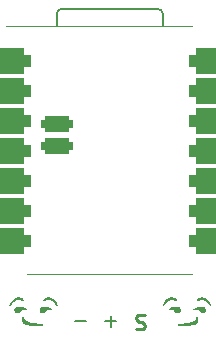
<source format=gbr>
%TF.GenerationSoftware,KiCad,Pcbnew,8.0.4*%
%TF.CreationDate,2025-01-29T23:36:48-05:00*%
%TF.ProjectId,Raidillon,52616964-696c-46c6-9f6e-2e6b69636164,rev?*%
%TF.SameCoordinates,Original*%
%TF.FileFunction,Legend,Top*%
%TF.FilePolarity,Positive*%
%FSLAX46Y46*%
G04 Gerber Fmt 4.6, Leading zero omitted, Abs format (unit mm)*
G04 Created by KiCad (PCBNEW 8.0.4) date 2025-01-29 23:36:48*
%MOMM*%
%LPD*%
G01*
G04 APERTURE LIST*
G04 Aperture macros list*
%AMRoundRect*
0 Rectangle with rounded corners*
0 $1 Rounding radius*
0 $2 $3 $4 $5 $6 $7 $8 $9 X,Y pos of 4 corners*
0 Add a 4 corners polygon primitive as box body*
4,1,4,$2,$3,$4,$5,$6,$7,$8,$9,$2,$3,0*
0 Add four circle primitives for the rounded corners*
1,1,$1+$1,$2,$3*
1,1,$1+$1,$4,$5*
1,1,$1+$1,$6,$7*
1,1,$1+$1,$8,$9*
0 Add four rect primitives between the rounded corners*
20,1,$1+$1,$2,$3,$4,$5,0*
20,1,$1+$1,$4,$5,$6,$7,0*
20,1,$1+$1,$6,$7,$8,$9,0*
20,1,$1+$1,$8,$9,$2,$3,0*%
G04 Aperture macros list end*
%ADD10C,0.200000*%
%ADD11C,0.250000*%
%ADD12C,0.000000*%
%ADD13C,0.100000*%
%ADD14C,0.127000*%
%ADD15RoundRect,0.550000X-1.050000X-0.550000X1.050000X-0.550000X1.050000X0.550000X-1.050000X0.550000X0*%
%ADD16RoundRect,0.325000X1.025000X0.325000X-1.025000X0.325000X-1.025000X-0.325000X1.025000X-0.325000X0*%
%ADD17C,1.900000*%
%ADD18R,1.700000X1.700000*%
%ADD19O,1.700000X1.700000*%
G04 APERTURE END LIST*
D10*
X107523810Y-125091683D02*
X108476191Y-125091683D01*
D11*
X112692857Y-125705750D02*
X112871428Y-125765273D01*
X112871428Y-125765273D02*
X113169047Y-125765273D01*
X113169047Y-125765273D02*
X113288095Y-125705750D01*
X113288095Y-125705750D02*
X113347619Y-125646226D01*
X113347619Y-125646226D02*
X113407142Y-125527178D01*
X113407142Y-125527178D02*
X113407142Y-125408130D01*
X113407142Y-125408130D02*
X113347619Y-125289083D01*
X113347619Y-125289083D02*
X113288095Y-125229559D01*
X113288095Y-125229559D02*
X113169047Y-125170035D01*
X113169047Y-125170035D02*
X112930952Y-125110511D01*
X112930952Y-125110511D02*
X112811904Y-125050988D01*
X112811904Y-125050988D02*
X112752381Y-124991464D01*
X112752381Y-124991464D02*
X112692857Y-124872416D01*
X112692857Y-124872416D02*
X112692857Y-124753369D01*
X112692857Y-124753369D02*
X112752381Y-124634321D01*
X112752381Y-124634321D02*
X112811904Y-124574797D01*
X112811904Y-124574797D02*
X112930952Y-124515273D01*
X112930952Y-124515273D02*
X113228571Y-124515273D01*
X113228571Y-124515273D02*
X113407142Y-124574797D01*
D10*
X110073810Y-125091683D02*
X111026191Y-125091683D01*
X110550000Y-125567873D02*
X110550000Y-124615492D01*
D12*
%TO.C,G\u002A\u002A\u002A*%
G36*
X116100373Y-123834782D02*
G01*
X116270833Y-123837500D01*
X116323069Y-123865825D01*
X116382852Y-123906449D01*
X116428404Y-123955627D01*
X116459532Y-124013041D01*
X116476041Y-124078371D01*
X116478847Y-124120833D01*
X116477914Y-124159461D01*
X116473741Y-124189049D01*
X116464816Y-124217131D01*
X116454929Y-124239929D01*
X116420170Y-124296675D01*
X116374420Y-124342921D01*
X116320192Y-124377578D01*
X116259995Y-124399557D01*
X116196341Y-124407768D01*
X116131738Y-124401124D01*
X116102498Y-124392815D01*
X116041710Y-124365008D01*
X115992639Y-124326858D01*
X115953286Y-124276494D01*
X115929633Y-124231142D01*
X115924469Y-124221661D01*
X115949741Y-124221661D01*
X115951569Y-124225325D01*
X115956462Y-124227384D01*
X115949936Y-124220861D01*
X115949741Y-124221661D01*
X115924469Y-124221661D01*
X115909146Y-124193527D01*
X115893028Y-124175802D01*
X116452861Y-124175802D01*
X116453958Y-124153933D01*
X116454166Y-124125000D01*
X116452861Y-124175802D01*
X115893028Y-124175802D01*
X115883968Y-124165839D01*
X115860959Y-124152071D01*
X115820039Y-124136425D01*
X115807174Y-124132400D01*
X115761224Y-124124295D01*
X115708891Y-124120517D01*
X115645611Y-124121505D01*
X115576285Y-124126865D01*
X115505817Y-124136206D01*
X115439108Y-124149135D01*
X115433181Y-124150527D01*
X115396178Y-124158566D01*
X115371994Y-124161639D01*
X115357619Y-124160006D01*
X115353093Y-124157443D01*
X115343729Y-124145447D01*
X115344080Y-124136536D01*
X115344299Y-124130965D01*
X115355778Y-124111380D01*
X115379140Y-124084073D01*
X115381250Y-124081801D01*
X115429889Y-124036472D01*
X115614604Y-124036472D01*
X115614767Y-124037191D01*
X115615077Y-124036814D01*
X115614604Y-124036472D01*
X115429889Y-124036472D01*
X115446033Y-124021427D01*
X115520880Y-123967067D01*
X115588121Y-123929435D01*
X115677883Y-123929435D01*
X115680508Y-123957180D01*
X115681140Y-123956411D01*
X115677883Y-123929435D01*
X115588121Y-123929435D01*
X115595833Y-123925119D01*
X115661237Y-123896097D01*
X115723837Y-123873422D01*
X115786876Y-123856513D01*
X115853598Y-123844788D01*
X115927246Y-123837668D01*
X116011065Y-123834571D01*
X116100373Y-123834782D01*
G37*
G36*
X118376407Y-123050905D02*
G01*
X118476003Y-123073454D01*
X118572487Y-123109838D01*
X118589342Y-123117852D01*
X118684098Y-123173607D01*
X118770736Y-123243389D01*
X118848495Y-123326269D01*
X118916615Y-123421318D01*
X118974337Y-123527609D01*
X119020901Y-123644213D01*
X119021270Y-123645317D01*
X119040254Y-123707665D01*
X119050812Y-123755873D01*
X119052938Y-123789880D01*
X119046626Y-123809625D01*
X119036973Y-123814958D01*
X119028052Y-123812906D01*
X119015340Y-123803645D01*
X118997441Y-123785735D01*
X118972956Y-123757734D01*
X118968985Y-123752899D01*
X119002952Y-123752899D01*
X119002969Y-123752963D01*
X119003162Y-123752918D01*
X119002952Y-123752899D01*
X118968985Y-123752899D01*
X118940489Y-123718201D01*
X118927747Y-123702332D01*
X118860789Y-123620443D01*
X118800766Y-123551270D01*
X118746002Y-123493262D01*
X118694820Y-123444864D01*
X118645542Y-123404526D01*
X118596491Y-123370694D01*
X118545992Y-123341815D01*
X118529166Y-123333325D01*
X118466445Y-123305908D01*
X118407422Y-123288039D01*
X118346318Y-123278550D01*
X118277351Y-123276274D01*
X118250000Y-123276976D01*
X118207961Y-123279201D01*
X118171926Y-123283064D01*
X118138035Y-123289573D01*
X118102426Y-123299734D01*
X118061238Y-123314556D01*
X118010610Y-123335046D01*
X117983333Y-123346548D01*
X117934432Y-123363346D01*
X117890786Y-123370623D01*
X117854908Y-123368307D01*
X117829312Y-123356323D01*
X117824277Y-123351160D01*
X117822019Y-123346316D01*
X117893230Y-123346316D01*
X117893236Y-123348612D01*
X117896346Y-123347962D01*
X117893230Y-123346316D01*
X117822019Y-123346316D01*
X117816450Y-123334367D01*
X117951146Y-123334367D01*
X117969890Y-123327654D01*
X117957946Y-123330000D01*
X117951146Y-123334367D01*
X117816450Y-123334367D01*
X117810848Y-123322348D01*
X117810960Y-123315032D01*
X117811366Y-123288503D01*
X117824592Y-123251454D01*
X117849285Y-123213028D01*
X117884204Y-123175056D01*
X117928109Y-123139364D01*
X117979759Y-123107783D01*
X117994368Y-123100440D01*
X118082678Y-123066958D01*
X118177371Y-123047588D01*
X118276072Y-123042260D01*
X118376407Y-123050905D01*
G37*
G36*
X115805087Y-123045594D02*
G01*
X115900676Y-123062431D01*
X115990311Y-123093368D01*
X116005631Y-123100440D01*
X116059096Y-123130645D01*
X116105141Y-123165437D01*
X116142525Y-123202987D01*
X116170009Y-123241467D01*
X116186351Y-123279048D01*
X116190311Y-123313903D01*
X116180649Y-123344201D01*
X116175710Y-123351160D01*
X116153729Y-123365596D01*
X116120658Y-123370512D01*
X116079032Y-123365987D01*
X116031384Y-123352101D01*
X116016389Y-123346162D01*
X115960378Y-123323068D01*
X115915708Y-123305985D01*
X115878588Y-123293928D01*
X115845231Y-123285914D01*
X115811848Y-123280958D01*
X115774650Y-123278078D01*
X115750000Y-123276976D01*
X115676870Y-123276981D01*
X115613646Y-123283786D01*
X115554548Y-123298559D01*
X115493795Y-123322467D01*
X115470833Y-123333325D01*
X115419431Y-123360989D01*
X115370014Y-123393130D01*
X115320903Y-123431302D01*
X115270421Y-123477058D01*
X115216887Y-123531951D01*
X115158624Y-123597535D01*
X115093953Y-123675364D01*
X115072552Y-123701956D01*
X115034617Y-123748425D01*
X115005033Y-123782153D01*
X114982621Y-123804076D01*
X114966201Y-123815127D01*
X114954595Y-123816240D01*
X114946624Y-123808348D01*
X114944405Y-123803451D01*
X114943690Y-123793378D01*
X114943026Y-123784031D01*
X114947745Y-123752546D01*
X114957598Y-123712029D01*
X114971619Y-123665510D01*
X114988844Y-123616021D01*
X115008310Y-123566594D01*
X115029050Y-123520260D01*
X115043607Y-123491666D01*
X115105459Y-123389215D01*
X115172267Y-123301699D01*
X115245332Y-123227795D01*
X115296623Y-123188595D01*
X115845584Y-123188595D01*
X115854361Y-123190000D01*
X115860063Y-123186423D01*
X115845584Y-123188595D01*
X115296623Y-123188595D01*
X115325955Y-123166178D01*
X115410657Y-123117852D01*
X115506327Y-123078985D01*
X115605539Y-123053941D01*
X115705916Y-123042787D01*
X115805087Y-123045594D01*
G37*
G36*
X118261701Y-123836400D02*
G01*
X118264476Y-123836472D01*
X118317849Y-123838059D01*
X118357725Y-123839868D01*
X118387274Y-123842313D01*
X118409665Y-123845810D01*
X118428067Y-123850771D01*
X118445649Y-123857613D01*
X118453694Y-123861212D01*
X118513074Y-123896550D01*
X118560707Y-123941498D01*
X118596149Y-123993875D01*
X118618960Y-124051501D01*
X118628697Y-124112197D01*
X118624917Y-124173780D01*
X118607179Y-124234071D01*
X118575039Y-124290890D01*
X118547493Y-124323618D01*
X118505388Y-124360947D01*
X118461660Y-124385821D01*
X118411675Y-124400215D01*
X118354166Y-124405980D01*
X118314863Y-124406816D01*
X118285999Y-124405103D01*
X118261432Y-124399963D01*
X118235020Y-124390519D01*
X118229166Y-124388115D01*
X118183809Y-124362554D01*
X118140903Y-124326386D01*
X118104920Y-124284132D01*
X118080333Y-124240312D01*
X118078671Y-124236013D01*
X118064678Y-124202793D01*
X118049245Y-124180492D01*
X118027388Y-124163760D01*
X117997322Y-124148687D01*
X117979272Y-124141139D01*
X117961729Y-124135821D01*
X117941304Y-124132349D01*
X117914608Y-124130338D01*
X117878252Y-124129406D01*
X117828848Y-124129167D01*
X117825000Y-124129166D01*
X117762774Y-124129895D01*
X117712824Y-124132314D01*
X117670812Y-124136772D01*
X117632400Y-124143618D01*
X117625000Y-124145252D01*
X117574115Y-124155868D01*
X117537268Y-124161157D01*
X117512704Y-124161128D01*
X117498671Y-124155788D01*
X117493501Y-124145833D01*
X117494560Y-124141431D01*
X117498234Y-124126157D01*
X117515489Y-124100392D01*
X117543129Y-124070382D01*
X117579019Y-124037969D01*
X117621022Y-124004995D01*
X117667001Y-123973303D01*
X117714819Y-123944735D01*
X117744554Y-123929350D01*
X117820541Y-123896140D01*
X117896338Y-123870780D01*
X117975149Y-123852699D01*
X118060177Y-123841323D01*
X118154626Y-123836081D01*
X118261701Y-123836400D01*
G37*
G36*
X117896707Y-124682319D02*
G01*
X117922790Y-124702695D01*
X117939748Y-124727589D01*
X117947210Y-124751385D01*
X117952309Y-124788065D01*
X117955090Y-124834020D01*
X117955596Y-124885642D01*
X117953872Y-124939323D01*
X117949960Y-124991454D01*
X117943905Y-125038427D01*
X117935751Y-125076633D01*
X117935507Y-125077493D01*
X117905829Y-125160135D01*
X117868083Y-125228447D01*
X117821950Y-125282853D01*
X117767114Y-125323778D01*
X117741062Y-125337208D01*
X117706227Y-125350241D01*
X117656829Y-125364556D01*
X117594884Y-125379751D01*
X117522412Y-125395428D01*
X117441429Y-125411188D01*
X117353955Y-125426630D01*
X117262005Y-125441357D01*
X117167600Y-125454967D01*
X117104575Y-125463189D01*
X117055824Y-125467987D01*
X116994218Y-125472053D01*
X116922802Y-125475354D01*
X116844623Y-125477854D01*
X116762726Y-125479518D01*
X116680158Y-125480313D01*
X116599965Y-125480204D01*
X116525192Y-125479157D01*
X116458887Y-125477136D01*
X116404095Y-125474108D01*
X116374943Y-125471453D01*
X116334967Y-125466594D01*
X116318072Y-125464272D01*
X116549821Y-125464272D01*
X116600806Y-125464369D01*
X116566406Y-125464228D01*
X116549821Y-125464272D01*
X116318072Y-125464272D01*
X116299729Y-125461751D01*
X116273342Y-125457524D01*
X116260726Y-125454796D01*
X116252469Y-125449767D01*
X116399557Y-125449767D01*
X116400590Y-125453051D01*
X116401176Y-125450843D01*
X116399631Y-125449764D01*
X116399557Y-125449767D01*
X116252469Y-125449767D01*
X116244682Y-125445024D01*
X116323399Y-125445024D01*
X116343794Y-125410781D01*
X116343770Y-125410764D01*
X116323399Y-125445024D01*
X116244682Y-125445024D01*
X116238814Y-125441450D01*
X116218338Y-125418931D01*
X116204112Y-125393494D01*
X116202636Y-125386645D01*
X116358112Y-125386645D01*
X116358144Y-125386688D01*
X116359057Y-125385155D01*
X116359016Y-125385124D01*
X116358112Y-125386645D01*
X116202636Y-125386645D01*
X116201443Y-125381105D01*
X116200439Y-125376443D01*
X116205791Y-125350350D01*
X116219268Y-125324449D01*
X116221643Y-125321797D01*
X117729623Y-125321797D01*
X117731034Y-125321166D01*
X117730667Y-125316766D01*
X117729623Y-125321797D01*
X116221643Y-125321797D01*
X116237108Y-125304531D01*
X116252233Y-125296748D01*
X116265544Y-125295378D01*
X116293029Y-125293464D01*
X116332213Y-125291144D01*
X116380616Y-125288560D01*
X116435763Y-125285850D01*
X116483742Y-125283657D01*
X116655644Y-125273828D01*
X116812549Y-125260074D01*
X116955711Y-125242151D01*
X117086389Y-125219817D01*
X117205838Y-125192829D01*
X117315314Y-125160944D01*
X117416075Y-125123919D01*
X117496242Y-125088015D01*
X117583183Y-125039400D01*
X117654375Y-124985984D01*
X117710123Y-124927439D01*
X117750732Y-124863437D01*
X117776507Y-124793650D01*
X117778635Y-124784797D01*
X117793958Y-124739414D01*
X117815421Y-124705766D01*
X117841029Y-124684563D01*
X117868789Y-124676511D01*
X117896707Y-124682319D01*
G37*
G36*
X105072754Y-123837668D02*
G01*
X105146402Y-123844788D01*
X105213124Y-123856513D01*
X105276163Y-123873422D01*
X105338763Y-123896097D01*
X105404167Y-123925119D01*
X105479120Y-123967067D01*
X105553967Y-124021427D01*
X105618750Y-124081801D01*
X105620860Y-124084073D01*
X105644222Y-124111380D01*
X105655701Y-124130965D01*
X105655920Y-124136536D01*
X105656271Y-124145447D01*
X105646907Y-124157443D01*
X105642381Y-124160006D01*
X105628006Y-124161639D01*
X105603822Y-124158566D01*
X105566819Y-124150527D01*
X105560892Y-124149135D01*
X105494183Y-124136206D01*
X105423715Y-124126865D01*
X105354389Y-124121505D01*
X105291109Y-124120517D01*
X105238776Y-124124295D01*
X105192826Y-124132400D01*
X105179960Y-124136425D01*
X105139040Y-124152071D01*
X105116032Y-124165839D01*
X105090854Y-124193527D01*
X105070367Y-124231142D01*
X105046714Y-124276494D01*
X105007361Y-124326858D01*
X104958290Y-124365008D01*
X104897502Y-124392815D01*
X104868262Y-124401124D01*
X104803659Y-124407768D01*
X104740005Y-124399557D01*
X104679808Y-124377578D01*
X104625580Y-124342921D01*
X104579830Y-124296675D01*
X104545071Y-124239929D01*
X104539631Y-124227384D01*
X105043537Y-124227384D01*
X105048431Y-124225325D01*
X105050259Y-124221661D01*
X105050063Y-124220861D01*
X105043537Y-124227384D01*
X104539631Y-124227384D01*
X104535184Y-124217131D01*
X104526259Y-124189049D01*
X104522086Y-124159461D01*
X104521254Y-124125000D01*
X104545834Y-124125000D01*
X104546042Y-124153933D01*
X104547138Y-124175802D01*
X104545834Y-124125000D01*
X104521254Y-124125000D01*
X104521153Y-124120833D01*
X104523959Y-124078371D01*
X104534461Y-124036814D01*
X105384922Y-124036814D01*
X105385232Y-124037191D01*
X105385395Y-124036472D01*
X105384922Y-124036814D01*
X104534461Y-124036814D01*
X104540468Y-124013041D01*
X104571171Y-123956411D01*
X105318859Y-123956411D01*
X105319491Y-123957180D01*
X105322117Y-123929435D01*
X105318859Y-123956411D01*
X104571171Y-123956411D01*
X104571596Y-123955627D01*
X104617148Y-123906449D01*
X104676931Y-123865825D01*
X104729167Y-123837500D01*
X104899627Y-123834782D01*
X104988935Y-123834571D01*
X105072754Y-123837668D01*
G37*
G36*
X102822629Y-123047588D02*
G01*
X102917322Y-123066958D01*
X103005632Y-123100440D01*
X103020241Y-123107783D01*
X103071891Y-123139364D01*
X103115796Y-123175056D01*
X103150715Y-123213028D01*
X103175408Y-123251454D01*
X103188634Y-123288503D01*
X103189040Y-123315032D01*
X103189152Y-123322348D01*
X103175723Y-123351160D01*
X103170688Y-123356323D01*
X103145092Y-123368307D01*
X103109214Y-123370623D01*
X103065568Y-123363346D01*
X103020783Y-123347962D01*
X103103653Y-123347962D01*
X103106764Y-123348612D01*
X103106769Y-123346316D01*
X103103653Y-123347962D01*
X103020783Y-123347962D01*
X103016667Y-123346548D01*
X102989390Y-123335046D01*
X102971125Y-123327654D01*
X103030109Y-123327654D01*
X103048853Y-123334367D01*
X103042054Y-123330000D01*
X103030109Y-123327654D01*
X102971125Y-123327654D01*
X102938762Y-123314556D01*
X102897574Y-123299734D01*
X102861965Y-123289573D01*
X102828074Y-123283064D01*
X102792039Y-123279201D01*
X102750000Y-123276976D01*
X102722649Y-123276274D01*
X102653682Y-123278550D01*
X102592578Y-123288039D01*
X102533555Y-123305908D01*
X102470834Y-123333325D01*
X102454008Y-123341815D01*
X102403509Y-123370694D01*
X102354458Y-123404526D01*
X102305180Y-123444864D01*
X102253998Y-123493262D01*
X102199234Y-123551270D01*
X102139211Y-123620443D01*
X102072253Y-123702332D01*
X102059511Y-123718201D01*
X102027044Y-123757734D01*
X102002559Y-123785735D01*
X101984660Y-123803645D01*
X101971948Y-123812906D01*
X101963027Y-123814958D01*
X101953374Y-123809625D01*
X101947062Y-123789880D01*
X101949188Y-123755873D01*
X101949835Y-123752918D01*
X101996837Y-123752918D01*
X101997030Y-123752963D01*
X101997047Y-123752899D01*
X101996837Y-123752918D01*
X101949835Y-123752918D01*
X101959746Y-123707665D01*
X101978730Y-123645317D01*
X101979099Y-123644213D01*
X102025663Y-123527609D01*
X102083385Y-123421318D01*
X102151505Y-123326269D01*
X102229264Y-123243389D01*
X102315902Y-123173607D01*
X102410658Y-123117852D01*
X102427513Y-123109838D01*
X102523997Y-123073454D01*
X102623593Y-123050905D01*
X102723928Y-123042260D01*
X102822629Y-123047588D01*
G37*
G36*
X105394461Y-123053941D02*
G01*
X105493673Y-123078985D01*
X105589343Y-123117852D01*
X105674045Y-123166178D01*
X105754668Y-123227795D01*
X105827733Y-123301699D01*
X105894541Y-123389215D01*
X105956393Y-123491666D01*
X105970950Y-123520260D01*
X105991690Y-123566594D01*
X106011156Y-123616021D01*
X106028381Y-123665510D01*
X106042402Y-123712029D01*
X106052255Y-123752546D01*
X106056974Y-123784031D01*
X106056310Y-123793378D01*
X106055595Y-123803451D01*
X106053376Y-123808348D01*
X106045405Y-123816240D01*
X106033799Y-123815127D01*
X106017379Y-123804076D01*
X105994967Y-123782153D01*
X105965383Y-123748425D01*
X105927448Y-123701956D01*
X105906047Y-123675364D01*
X105841376Y-123597535D01*
X105783113Y-123531951D01*
X105729579Y-123477058D01*
X105679097Y-123431302D01*
X105629986Y-123393130D01*
X105580569Y-123360989D01*
X105529167Y-123333325D01*
X105506205Y-123322467D01*
X105445452Y-123298559D01*
X105386354Y-123283786D01*
X105323130Y-123276981D01*
X105250000Y-123276976D01*
X105225350Y-123278078D01*
X105188152Y-123280958D01*
X105154769Y-123285914D01*
X105121412Y-123293928D01*
X105084292Y-123305985D01*
X105039622Y-123323068D01*
X104983611Y-123346162D01*
X104968616Y-123352101D01*
X104920968Y-123365987D01*
X104879342Y-123370512D01*
X104846271Y-123365596D01*
X104824290Y-123351160D01*
X104819351Y-123344201D01*
X104809689Y-123313903D01*
X104813649Y-123279048D01*
X104829991Y-123241467D01*
X104857475Y-123202987D01*
X104873966Y-123186423D01*
X105139936Y-123186423D01*
X105145639Y-123190000D01*
X105154415Y-123188595D01*
X105139936Y-123186423D01*
X104873966Y-123186423D01*
X104894859Y-123165437D01*
X104940904Y-123130645D01*
X104994369Y-123100440D01*
X105009689Y-123093368D01*
X105099324Y-123062431D01*
X105194913Y-123045594D01*
X105294084Y-123042787D01*
X105394461Y-123053941D01*
G37*
G36*
X102939823Y-123841323D02*
G01*
X103024851Y-123852699D01*
X103103662Y-123870780D01*
X103179459Y-123896140D01*
X103255446Y-123929350D01*
X103285181Y-123944735D01*
X103332999Y-123973303D01*
X103378978Y-124004995D01*
X103420981Y-124037969D01*
X103456871Y-124070382D01*
X103484511Y-124100392D01*
X103501766Y-124126157D01*
X103505440Y-124141431D01*
X103506499Y-124145833D01*
X103501329Y-124155788D01*
X103487296Y-124161128D01*
X103462732Y-124161157D01*
X103425885Y-124155868D01*
X103375000Y-124145252D01*
X103367600Y-124143618D01*
X103329188Y-124136772D01*
X103287176Y-124132314D01*
X103237226Y-124129895D01*
X103175000Y-124129166D01*
X103171152Y-124129167D01*
X103121748Y-124129406D01*
X103085392Y-124130338D01*
X103058696Y-124132349D01*
X103038271Y-124135821D01*
X103020728Y-124141139D01*
X103002678Y-124148687D01*
X102972612Y-124163760D01*
X102950755Y-124180492D01*
X102935322Y-124202793D01*
X102921329Y-124236013D01*
X102919667Y-124240312D01*
X102895080Y-124284132D01*
X102859097Y-124326386D01*
X102816191Y-124362554D01*
X102770834Y-124388115D01*
X102764980Y-124390519D01*
X102738568Y-124399963D01*
X102714001Y-124405103D01*
X102685137Y-124406816D01*
X102645834Y-124405980D01*
X102588325Y-124400215D01*
X102538340Y-124385821D01*
X102494612Y-124360947D01*
X102452507Y-124323618D01*
X102424961Y-124290890D01*
X102392821Y-124234071D01*
X102375083Y-124173780D01*
X102371303Y-124112197D01*
X102381040Y-124051501D01*
X102403851Y-123993875D01*
X102439293Y-123941498D01*
X102486926Y-123896550D01*
X102546306Y-123861212D01*
X102554351Y-123857613D01*
X102571933Y-123850771D01*
X102590335Y-123845810D01*
X102612726Y-123842313D01*
X102642275Y-123839868D01*
X102682151Y-123838059D01*
X102735524Y-123836472D01*
X102738299Y-123836400D01*
X102845374Y-123836081D01*
X102939823Y-123841323D01*
G37*
G36*
X103158971Y-124684563D02*
G01*
X103184579Y-124705766D01*
X103206042Y-124739414D01*
X103221365Y-124784797D01*
X103223493Y-124793650D01*
X103249268Y-124863437D01*
X103289877Y-124927439D01*
X103345625Y-124985984D01*
X103416817Y-125039400D01*
X103503758Y-125088015D01*
X103583925Y-125123919D01*
X103684686Y-125160944D01*
X103794162Y-125192829D01*
X103913611Y-125219817D01*
X104044289Y-125242151D01*
X104187451Y-125260074D01*
X104344356Y-125273828D01*
X104516258Y-125283657D01*
X104564237Y-125285850D01*
X104619384Y-125288560D01*
X104667787Y-125291144D01*
X104706971Y-125293464D01*
X104734456Y-125295378D01*
X104747767Y-125296748D01*
X104762892Y-125304531D01*
X104780732Y-125324449D01*
X104794209Y-125350350D01*
X104799561Y-125376443D01*
X104798557Y-125381105D01*
X104795888Y-125393494D01*
X104781662Y-125418931D01*
X104761186Y-125441450D01*
X104739274Y-125454796D01*
X104726658Y-125457524D01*
X104700271Y-125461751D01*
X104665033Y-125466594D01*
X104625057Y-125471453D01*
X104595905Y-125474108D01*
X104541113Y-125477136D01*
X104474808Y-125479157D01*
X104400035Y-125480204D01*
X104319842Y-125480313D01*
X104237274Y-125479518D01*
X104155377Y-125477854D01*
X104077198Y-125475354D01*
X104005782Y-125472053D01*
X103944176Y-125467987D01*
X103907415Y-125464369D01*
X104399194Y-125464369D01*
X104450179Y-125464272D01*
X104433593Y-125464228D01*
X104399194Y-125464369D01*
X103907415Y-125464369D01*
X103895425Y-125463189D01*
X103832400Y-125454967D01*
X103803794Y-125450843D01*
X104598823Y-125450843D01*
X104599410Y-125453051D01*
X104600442Y-125449767D01*
X104600368Y-125449764D01*
X104598823Y-125450843D01*
X103803794Y-125450843D01*
X103737995Y-125441357D01*
X103646045Y-125426630D01*
X103558571Y-125411188D01*
X103556480Y-125410781D01*
X104656205Y-125410781D01*
X104676601Y-125445024D01*
X104656229Y-125410764D01*
X104656205Y-125410781D01*
X103556480Y-125410781D01*
X103477588Y-125395428D01*
X103430098Y-125385155D01*
X104640942Y-125385155D01*
X104641855Y-125386688D01*
X104641887Y-125386645D01*
X104640983Y-125385124D01*
X104640942Y-125385155D01*
X103430098Y-125385155D01*
X103405116Y-125379751D01*
X103343171Y-125364556D01*
X103293773Y-125350241D01*
X103258938Y-125337208D01*
X103232886Y-125323778D01*
X103229386Y-125321166D01*
X103268966Y-125321166D01*
X103270377Y-125321797D01*
X103269332Y-125316766D01*
X103268966Y-125321166D01*
X103229386Y-125321166D01*
X103178050Y-125282853D01*
X103131917Y-125228447D01*
X103094171Y-125160135D01*
X103064493Y-125077493D01*
X103064249Y-125076633D01*
X103056095Y-125038427D01*
X103050040Y-124991454D01*
X103046128Y-124939323D01*
X103044404Y-124885642D01*
X103044910Y-124834020D01*
X103047691Y-124788065D01*
X103052790Y-124751385D01*
X103060252Y-124727589D01*
X103077210Y-124702695D01*
X103103293Y-124682319D01*
X103131211Y-124676511D01*
X103158971Y-124684563D01*
G37*
D13*
%TO.C,U1*%
X103470000Y-121058000D02*
X117440000Y-121058000D01*
D14*
X105960000Y-100103000D02*
X105963728Y-99092728D01*
X106463728Y-98593000D02*
X114459000Y-98593000D01*
X114959000Y-99093000D02*
X114959000Y-100103000D01*
D13*
X117440000Y-100103000D02*
X101650000Y-100103000D01*
D14*
X105963728Y-99092728D02*
G75*
G02*
X106463728Y-98593001I500018J-291D01*
G01*
X114459000Y-98593000D02*
G75*
G02*
X114959000Y-99093000I0J-500000D01*
G01*
%TD*%
%LPC*%
D15*
%TO.C,U1*%
X102150000Y-103020000D03*
X102150000Y-105560000D03*
X102150000Y-108100000D03*
X102150000Y-110640000D03*
X102150000Y-113180000D03*
X102150000Y-115720000D03*
X102150000Y-118260000D03*
X118815000Y-118260000D03*
X118815000Y-115720000D03*
X118815000Y-113180000D03*
X118815000Y-110640000D03*
X118815000Y-108100000D03*
X118815000Y-105560000D03*
X118815000Y-103020000D03*
D16*
X106010000Y-110258000D03*
X106010000Y-108353000D03*
D17*
X109185000Y-102008000D03*
X111725000Y-102008000D03*
X109185000Y-104548000D03*
X111725000Y-104548000D03*
X109185000Y-107088000D03*
X111725000Y-107088000D03*
%TD*%
D18*
%TO.C,J2*%
X108000000Y-122900000D03*
D19*
X110540000Y-122900000D03*
X113080000Y-122900000D03*
%TD*%
%LPD*%
M02*

</source>
